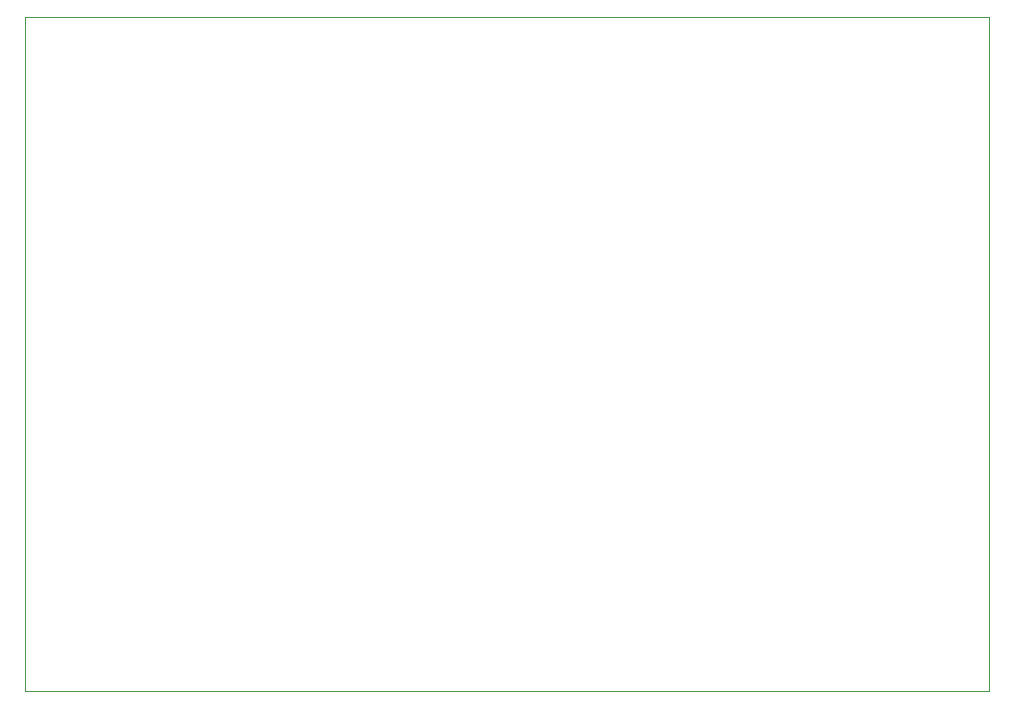
<source format=gm1>
G04*
G04 #@! TF.GenerationSoftware,Altium Limited,Altium Designer,23.11.1 (41)*
G04*
G04 Layer_Color=16711935*
%FSAX44Y44*%
%MOMM*%
G71*
G04*
G04 #@! TF.SameCoordinates,364ED4AD-CB4B-4712-B5C5-B547B387D418*
G04*
G04*
G04 #@! TF.FilePolarity,Positive*
G04*
G01*
G75*
%ADD11C,0.1000*%
D11*
X00000000Y00000000D02*
Y00570000D01*
X00816000D01*
Y00000000D02*
Y00570000D01*
X00000000Y00000000D02*
X00816000D01*
M02*

</source>
